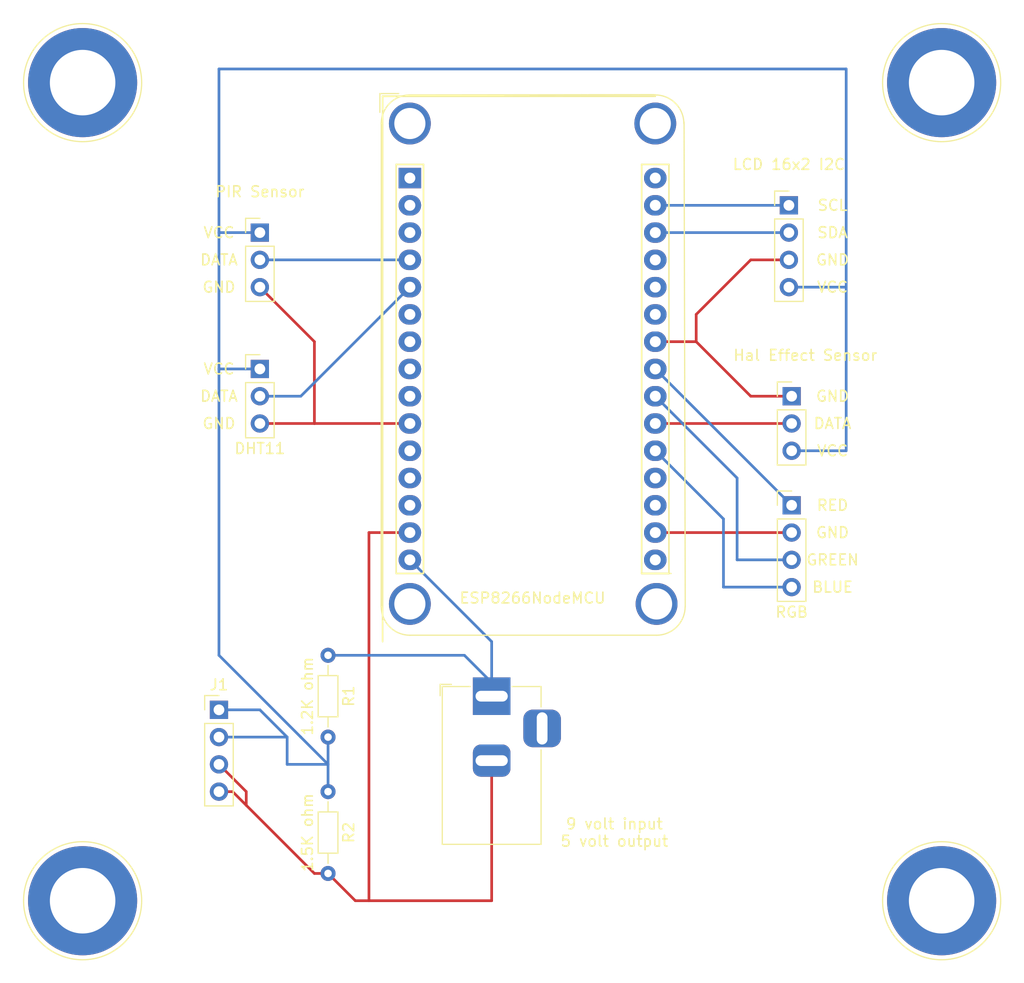
<source format=kicad_pcb>
(kicad_pcb (version 20171130) (host pcbnew "(5.1.7)-1")

  (general
    (thickness 1.6)
    (drawings 23)
    (tracks 59)
    (zones 0)
    (modules 14)
    (nets 32)
  )

  (page A4)
  (layers
    (0 F.Cu signal)
    (31 B.Cu signal)
    (32 B.Adhes user)
    (33 F.Adhes user)
    (34 B.Paste user)
    (35 F.Paste user)
    (36 B.SilkS user)
    (37 F.SilkS user)
    (38 B.Mask user)
    (39 F.Mask user)
    (40 Dwgs.User user)
    (41 Cmts.User user)
    (42 Eco1.User user)
    (43 Eco2.User user)
    (44 Edge.Cuts user)
    (45 Margin user)
    (46 B.CrtYd user)
    (47 F.CrtYd user)
    (48 B.Fab user)
    (49 F.Fab user)
  )

  (setup
    (last_trace_width 0.25)
    (trace_clearance 0.2)
    (zone_clearance 0.508)
    (zone_45_only no)
    (trace_min 0.2)
    (via_size 0.8)
    (via_drill 0.4)
    (via_min_size 0.4)
    (via_min_drill 0.3)
    (uvia_size 0.3)
    (uvia_drill 0.1)
    (uvias_allowed no)
    (uvia_min_size 0.2)
    (uvia_min_drill 0.1)
    (edge_width 0.05)
    (segment_width 0.2)
    (pcb_text_width 0.3)
    (pcb_text_size 1.5 1.5)
    (mod_edge_width 0.12)
    (mod_text_size 1 1)
    (mod_text_width 0.15)
    (pad_size 1.524 1.524)
    (pad_drill 0.762)
    (pad_to_mask_clearance 0)
    (aux_axis_origin 0 0)
    (visible_elements FFFFFF7F)
    (pcbplotparams
      (layerselection 0x010fc_ffffffff)
      (usegerberextensions false)
      (usegerberattributes true)
      (usegerberadvancedattributes true)
      (creategerberjobfile true)
      (excludeedgelayer true)
      (linewidth 0.100000)
      (plotframeref false)
      (viasonmask false)
      (mode 1)
      (useauxorigin false)
      (hpglpennumber 1)
      (hpglpenspeed 20)
      (hpglpendiameter 15.000000)
      (psnegative false)
      (psa4output false)
      (plotreference true)
      (plotvalue true)
      (plotinvisibletext false)
      (padsonsilk false)
      (subtractmaskfromsilk false)
      (outputformat 1)
      (mirror false)
      (drillshape 1)
      (scaleselection 1)
      (outputdirectory ""))
  )

  (net 0 "")
  (net 1 "/Vcc(5v)")
  (net 2 /GND)
  (net 3 "Net-(J2-Pad2)")
  (net 4 "Net-(J2-Pad3)")
  (net 5 "Net-(J3-Pad2)")
  (net 6 "/Vcc(9v)")
  (net 7 "Net-(J5-Pad3)")
  (net 8 "Net-(J5-Pad2)")
  (net 9 "Net-(J5-Pad1)")
  (net 10 "Net-(J6-Pad2)")
  (net 11 "Net-(J7-Pad1)")
  (net 12 "Net-(J7-Pad2)")
  (net 13 "Net-(J7-Pad3)")
  (net 14 "Net-(J7-Pad4)")
  (net 15 "Net-(U1-Pad9)")
  (net 16 "Net-(U1-Pad8)")
  (net 17 "Net-(U1-Pad7)")
  (net 18 "Net-(U1-Pad25)")
  (net 19 "Net-(U1-Pad6)")
  (net 20 "Net-(U1-Pad26)")
  (net 21 "Net-(U1-Pad27)")
  (net 22 "Net-(U1-Pad3)")
  (net 23 "Net-(U1-Pad2)")
  (net 24 "Net-(U1-Pad30)")
  (net 25 "Net-(U1-Pad1)")
  (net 26 "Net-(U1-Pad11)")
  (net 27 "Net-(U1-Pad18)")
  (net 28 "Net-(U1-Pad16)")
  (net 29 "Net-(U1-Pad12)")
  (net 30 "Net-(U1-Pad19)")
  (net 31 "Net-(U1-Pad13)")

  (net_class Default "This is the default net class."
    (clearance 0.2)
    (trace_width 0.25)
    (via_dia 0.8)
    (via_drill 0.4)
    (uvia_dia 0.3)
    (uvia_drill 0.1)
    (add_net /GND)
    (add_net "/Vcc(5v)")
    (add_net "/Vcc(9v)")
    (add_net "Net-(J2-Pad2)")
    (add_net "Net-(J2-Pad3)")
    (add_net "Net-(J3-Pad2)")
    (add_net "Net-(J5-Pad1)")
    (add_net "Net-(J5-Pad2)")
    (add_net "Net-(J5-Pad3)")
    (add_net "Net-(J6-Pad2)")
    (add_net "Net-(J7-Pad1)")
    (add_net "Net-(J7-Pad2)")
    (add_net "Net-(J7-Pad3)")
    (add_net "Net-(J7-Pad4)")
    (add_net "Net-(U1-Pad1)")
    (add_net "Net-(U1-Pad11)")
    (add_net "Net-(U1-Pad12)")
    (add_net "Net-(U1-Pad13)")
    (add_net "Net-(U1-Pad16)")
    (add_net "Net-(U1-Pad18)")
    (add_net "Net-(U1-Pad19)")
    (add_net "Net-(U1-Pad2)")
    (add_net "Net-(U1-Pad25)")
    (add_net "Net-(U1-Pad26)")
    (add_net "Net-(U1-Pad27)")
    (add_net "Net-(U1-Pad3)")
    (add_net "Net-(U1-Pad30)")
    (add_net "Net-(U1-Pad6)")
    (add_net "Net-(U1-Pad7)")
    (add_net "Net-(U1-Pad8)")
    (add_net "Net-(U1-Pad9)")
  )

  (module Connector:Banana_Jack_1Pin (layer F.Cu) (tedit 5A1AB217) (tstamp 5FB1B05F)
    (at 170.18 121.92)
    (descr "Single banana socket, footprint - 6mm drill")
    (tags "banana socket")
    (fp_text reference REF** (at 0 -6.5) (layer Dwgs.User)
      (effects (font (size 1 1) (thickness 0.15)))
    )
    (fp_text value Banana_Jack_1Pin (at -0.25 6.5) (layer F.Fab)
      (effects (font (size 1 1) (thickness 0.15)))
    )
    (fp_circle (center 0 0) (end 5.75 0) (layer F.CrtYd) (width 0.05))
    (fp_circle (center 0 0) (end 2 0) (layer F.Fab) (width 0.1))
    (fp_circle (center 0 0) (end 4.85 0.05) (layer F.Fab) (width 0.1))
    (fp_circle (center 0 0) (end 5.5 0) (layer F.SilkS) (width 0.12))
    (fp_text user %R (at 0 0) (layer F.Fab)
      (effects (font (size 0.8 0.8) (thickness 0.12)))
    )
    (pad 1 thru_hole circle (at 0 0) (size 10.16 10.16) (drill 6.1) (layers *.Cu *.Mask))
    (model ${KISYS3DMOD}/Connector.3dshapes/Banana_Jack_1Pin.wrl
      (at (xyz 0 0 0))
      (scale (xyz 2 2 2))
      (rotate (xyz 0 0 0))
    )
  )

  (module Connector:Banana_Jack_1Pin (layer F.Cu) (tedit 5A1AB217) (tstamp 5FB1B05F)
    (at 170.18 45.72)
    (descr "Single banana socket, footprint - 6mm drill")
    (tags "banana socket")
    (fp_text reference REF** (at 0 -6.5) (layer Dwgs.User)
      (effects (font (size 1 1) (thickness 0.15)))
    )
    (fp_text value Banana_Jack_1Pin (at -0.25 6.5) (layer F.Fab)
      (effects (font (size 1 1) (thickness 0.15)))
    )
    (fp_circle (center 0 0) (end 5.75 0) (layer F.CrtYd) (width 0.05))
    (fp_circle (center 0 0) (end 2 0) (layer F.Fab) (width 0.1))
    (fp_circle (center 0 0) (end 4.85 0.05) (layer F.Fab) (width 0.1))
    (fp_circle (center 0 0) (end 5.5 0) (layer F.SilkS) (width 0.12))
    (fp_text user %R (at 0 0) (layer F.Fab)
      (effects (font (size 0.8 0.8) (thickness 0.12)))
    )
    (pad 1 thru_hole circle (at 0 0) (size 10.16 10.16) (drill 6.1) (layers *.Cu *.Mask))
    (model ${KISYS3DMOD}/Connector.3dshapes/Banana_Jack_1Pin.wrl
      (at (xyz 0 0 0))
      (scale (xyz 2 2 2))
      (rotate (xyz 0 0 0))
    )
  )

  (module Connector:Banana_Jack_1Pin (layer F.Cu) (tedit 5A1AB217) (tstamp 5FB1B05F)
    (at 90.17 121.92)
    (descr "Single banana socket, footprint - 6mm drill")
    (tags "banana socket")
    (fp_text reference REF** (at 0 -6.5) (layer Dwgs.User)
      (effects (font (size 1 1) (thickness 0.15)))
    )
    (fp_text value Banana_Jack_1Pin (at -0.25 6.5) (layer F.Fab)
      (effects (font (size 1 1) (thickness 0.15)))
    )
    (fp_circle (center 0 0) (end 5.75 0) (layer F.CrtYd) (width 0.05))
    (fp_circle (center 0 0) (end 2 0) (layer F.Fab) (width 0.1))
    (fp_circle (center 0 0) (end 4.85 0.05) (layer F.Fab) (width 0.1))
    (fp_circle (center 0 0) (end 5.5 0) (layer F.SilkS) (width 0.12))
    (fp_text user %R (at 0 0) (layer F.Fab)
      (effects (font (size 0.8 0.8) (thickness 0.12)))
    )
    (pad 1 thru_hole circle (at 0 0) (size 10.16 10.16) (drill 6.1) (layers *.Cu *.Mask))
    (model ${KISYS3DMOD}/Connector.3dshapes/Banana_Jack_1Pin.wrl
      (at (xyz 0 0 0))
      (scale (xyz 2 2 2))
      (rotate (xyz 0 0 0))
    )
  )

  (module Connector:Banana_Jack_1Pin (layer F.Cu) (tedit 5A1AB217) (tstamp 5FB1B019)
    (at 90.17 45.72)
    (descr "Single banana socket, footprint - 6mm drill")
    (tags "banana socket")
    (fp_text reference REF** (at 0 -6.5) (layer Dwgs.User)
      (effects (font (size 1 1) (thickness 0.15)))
    )
    (fp_text value Banana_Jack_1Pin (at -0.25 6.5) (layer F.Fab)
      (effects (font (size 1 1) (thickness 0.15)))
    )
    (fp_text user %R (at 0 0) (layer F.Fab)
      (effects (font (size 0.8 0.8) (thickness 0.12)))
    )
    (fp_circle (center 0 0) (end 5.75 0) (layer F.CrtYd) (width 0.05))
    (fp_circle (center 0 0) (end 2 0) (layer F.Fab) (width 0.1))
    (fp_circle (center 0 0) (end 4.85 0.05) (layer F.Fab) (width 0.1))
    (fp_circle (center 0 0) (end 5.5 0) (layer F.SilkS) (width 0.12))
    (pad 1 thru_hole circle (at 0 0) (size 10.16 10.16) (drill 6.1) (layers *.Cu *.Mask))
    (model ${KISYS3DMOD}/Connector.3dshapes/Banana_Jack_1Pin.wrl
      (at (xyz 0 0 0))
      (scale (xyz 2 2 2))
      (rotate (xyz 0 0 0))
    )
  )

  (module Connector_PinHeader_2.54mm:PinHeader_1x04_P2.54mm_Vertical (layer F.Cu) (tedit 59FED5CC) (tstamp 5FB1981A)
    (at 102.87 104.14)
    (descr "Through hole straight pin header, 1x04, 2.54mm pitch, single row")
    (tags "Through hole pin header THT 1x04 2.54mm single row")
    (path /5FB28744)
    (fp_text reference J1 (at 0 -2.33) (layer F.SilkS)
      (effects (font (size 1 1) (thickness 0.15)))
    )
    (fp_text value "Converted Voltage" (at 0 9.95) (layer F.Fab)
      (effects (font (size 1 1) (thickness 0.15)))
    )
    (fp_line (start 1.8 -1.8) (end -1.8 -1.8) (layer F.CrtYd) (width 0.05))
    (fp_line (start 1.8 9.4) (end 1.8 -1.8) (layer F.CrtYd) (width 0.05))
    (fp_line (start -1.8 9.4) (end 1.8 9.4) (layer F.CrtYd) (width 0.05))
    (fp_line (start -1.8 -1.8) (end -1.8 9.4) (layer F.CrtYd) (width 0.05))
    (fp_line (start -1.33 -1.33) (end 0 -1.33) (layer F.SilkS) (width 0.12))
    (fp_line (start -1.33 0) (end -1.33 -1.33) (layer F.SilkS) (width 0.12))
    (fp_line (start -1.33 1.27) (end 1.33 1.27) (layer F.SilkS) (width 0.12))
    (fp_line (start 1.33 1.27) (end 1.33 8.95) (layer F.SilkS) (width 0.12))
    (fp_line (start -1.33 1.27) (end -1.33 8.95) (layer F.SilkS) (width 0.12))
    (fp_line (start -1.33 8.95) (end 1.33 8.95) (layer F.SilkS) (width 0.12))
    (fp_line (start -1.27 -0.635) (end -0.635 -1.27) (layer F.Fab) (width 0.1))
    (fp_line (start -1.27 8.89) (end -1.27 -0.635) (layer F.Fab) (width 0.1))
    (fp_line (start 1.27 8.89) (end -1.27 8.89) (layer F.Fab) (width 0.1))
    (fp_line (start 1.27 -1.27) (end 1.27 8.89) (layer F.Fab) (width 0.1))
    (fp_line (start -0.635 -1.27) (end 1.27 -1.27) (layer F.Fab) (width 0.1))
    (fp_text user %R (at 0 3.81 90) (layer F.Fab)
      (effects (font (size 1 1) (thickness 0.15)))
    )
    (pad 1 thru_hole rect (at 0 0) (size 1.7 1.7) (drill 1) (layers *.Cu *.Mask)
      (net 1 "/Vcc(5v)"))
    (pad 2 thru_hole oval (at 0 2.54) (size 1.7 1.7) (drill 1) (layers *.Cu *.Mask)
      (net 1 "/Vcc(5v)"))
    (pad 3 thru_hole oval (at 0 5.08) (size 1.7 1.7) (drill 1) (layers *.Cu *.Mask)
      (net 2 /GND))
    (pad 4 thru_hole oval (at 0 7.62) (size 1.7 1.7) (drill 1) (layers *.Cu *.Mask)
      (net 2 /GND))
    (model ${KISYS3DMOD}/Connector_PinHeader_2.54mm.3dshapes/PinHeader_1x04_P2.54mm_Vertical.wrl
      (at (xyz 0 0 0))
      (scale (xyz 1 1 1))
      (rotate (xyz 0 0 0))
    )
  )

  (module Connector_PinHeader_2.54mm:PinHeader_1x03_P2.54mm_Vertical (layer F.Cu) (tedit 59FED5CC) (tstamp 5FB19831)
    (at 106.68 59.69)
    (descr "Through hole straight pin header, 1x03, 2.54mm pitch, single row")
    (tags "Through hole pin header THT 1x03 2.54mm single row")
    (path /5FB1DA1E)
    (fp_text reference J2 (at 0 -2.33) (layer Dwgs.User)
      (effects (font (size 1 1) (thickness 0.15)))
    )
    (fp_text value "PIR Sensor" (at 0 -3.81) (layer F.SilkS)
      (effects (font (size 1 1) (thickness 0.15)))
    )
    (fp_line (start 1.8 -1.8) (end -1.8 -1.8) (layer F.CrtYd) (width 0.05))
    (fp_line (start 1.8 6.85) (end 1.8 -1.8) (layer F.CrtYd) (width 0.05))
    (fp_line (start -1.8 6.85) (end 1.8 6.85) (layer F.CrtYd) (width 0.05))
    (fp_line (start -1.8 -1.8) (end -1.8 6.85) (layer F.CrtYd) (width 0.05))
    (fp_line (start -1.33 -1.33) (end 0 -1.33) (layer F.SilkS) (width 0.12))
    (fp_line (start -1.33 0) (end -1.33 -1.33) (layer F.SilkS) (width 0.12))
    (fp_line (start -1.33 1.27) (end 1.33 1.27) (layer F.SilkS) (width 0.12))
    (fp_line (start 1.33 1.27) (end 1.33 6.41) (layer F.SilkS) (width 0.12))
    (fp_line (start -1.33 1.27) (end -1.33 6.41) (layer F.SilkS) (width 0.12))
    (fp_line (start -1.33 6.41) (end 1.33 6.41) (layer F.SilkS) (width 0.12))
    (fp_line (start -1.27 -0.635) (end -0.635 -1.27) (layer F.Fab) (width 0.1))
    (fp_line (start -1.27 6.35) (end -1.27 -0.635) (layer F.Fab) (width 0.1))
    (fp_line (start 1.27 6.35) (end -1.27 6.35) (layer F.Fab) (width 0.1))
    (fp_line (start 1.27 -1.27) (end 1.27 6.35) (layer F.Fab) (width 0.1))
    (fp_line (start -0.635 -1.27) (end 1.27 -1.27) (layer F.Fab) (width 0.1))
    (fp_text user %R (at -6.525001 11.324999 90) (layer F.Fab)
      (effects (font (size 1 1) (thickness 0.15)))
    )
    (pad 1 thru_hole rect (at 0 0) (size 1.7 1.7) (drill 1) (layers *.Cu *.Mask)
      (net 1 "/Vcc(5v)"))
    (pad 2 thru_hole oval (at 0 2.54) (size 1.7 1.7) (drill 1) (layers *.Cu *.Mask)
      (net 3 "Net-(J2-Pad2)"))
    (pad 3 thru_hole oval (at 0 5.08) (size 1.7 1.7) (drill 1) (layers *.Cu *.Mask)
      (net 4 "Net-(J2-Pad3)"))
    (model ${KISYS3DMOD}/Connector_PinHeader_2.54mm.3dshapes/PinHeader_1x03_P2.54mm_Vertical.wrl
      (at (xyz 0 0 0))
      (scale (xyz 1 1 1))
      (rotate (xyz 0 0 0))
    )
  )

  (module Connector_PinHeader_2.54mm:PinHeader_1x03_P2.54mm_Vertical (layer F.Cu) (tedit 59FED5CC) (tstamp 5FB19848)
    (at 106.68 72.39)
    (descr "Through hole straight pin header, 1x03, 2.54mm pitch, single row")
    (tags "Through hole pin header THT 1x03 2.54mm single row")
    (path /5FB17800)
    (fp_text reference J3 (at 0 -2.33) (layer Dwgs.User)
      (effects (font (size 1 1) (thickness 0.15)))
    )
    (fp_text value DHT11 (at 0 7.41) (layer F.SilkS)
      (effects (font (size 1 1) (thickness 0.15)))
    )
    (fp_line (start 1.8 -1.8) (end -1.8 -1.8) (layer F.CrtYd) (width 0.05))
    (fp_line (start 1.8 6.85) (end 1.8 -1.8) (layer F.CrtYd) (width 0.05))
    (fp_line (start -1.8 6.85) (end 1.8 6.85) (layer F.CrtYd) (width 0.05))
    (fp_line (start -1.8 -1.8) (end -1.8 6.85) (layer F.CrtYd) (width 0.05))
    (fp_line (start -1.33 -1.33) (end 0 -1.33) (layer F.SilkS) (width 0.12))
    (fp_line (start -1.33 0) (end -1.33 -1.33) (layer F.SilkS) (width 0.12))
    (fp_line (start -1.33 1.27) (end 1.33 1.27) (layer F.SilkS) (width 0.12))
    (fp_line (start 1.33 1.27) (end 1.33 6.41) (layer F.SilkS) (width 0.12))
    (fp_line (start -1.33 1.27) (end -1.33 6.41) (layer F.SilkS) (width 0.12))
    (fp_line (start -1.33 6.41) (end 1.33 6.41) (layer F.SilkS) (width 0.12))
    (fp_line (start -1.27 -0.635) (end -0.635 -1.27) (layer F.Fab) (width 0.1))
    (fp_line (start -1.27 6.35) (end -1.27 -0.635) (layer F.Fab) (width 0.1))
    (fp_line (start 1.27 6.35) (end -1.27 6.35) (layer F.Fab) (width 0.1))
    (fp_line (start 1.27 -1.27) (end 1.27 6.35) (layer F.Fab) (width 0.1))
    (fp_line (start -0.635 -1.27) (end 1.27 -1.27) (layer F.Fab) (width 0.1))
    (fp_text user %R (at 0 2.54 90) (layer F.Fab)
      (effects (font (size 1 1) (thickness 0.15)))
    )
    (pad 1 thru_hole rect (at 0 0) (size 1.7 1.7) (drill 1) (layers *.Cu *.Mask)
      (net 1 "/Vcc(5v)"))
    (pad 2 thru_hole oval (at 0 2.54) (size 1.7 1.7) (drill 1) (layers *.Cu *.Mask)
      (net 5 "Net-(J3-Pad2)"))
    (pad 3 thru_hole oval (at 0 5.08) (size 1.7 1.7) (drill 1) (layers *.Cu *.Mask)
      (net 4 "Net-(J2-Pad3)"))
    (model ${KISYS3DMOD}/Connector_PinHeader_2.54mm.3dshapes/PinHeader_1x03_P2.54mm_Vertical.wrl
      (at (xyz 0 0 0))
      (scale (xyz 1 1 1))
      (rotate (xyz 0 0 0))
    )
  )

  (module Connector_BarrelJack:BarrelJack_Horizontal (layer F.Cu) (tedit 5A1DBF6A) (tstamp 5FB1986B)
    (at 128.27 102.87 90)
    (descr "DC Barrel Jack")
    (tags "Power Jack")
    (path /5FB128B3)
    (fp_text reference J4 (at -8.45 5.75 90) (layer Dwgs.User)
      (effects (font (size 1 1) (thickness 0.15)))
    )
    (fp_text value "Barrel Jack Power Connecter (9 volt input)" (at -6.2 -5.5 90) (layer F.Fab)
      (effects (font (size 1 1) (thickness 0.15)))
    )
    (fp_line (start 0 -4.5) (end -13.7 -4.5) (layer F.Fab) (width 0.1))
    (fp_line (start 0.8 4.5) (end 0.8 -3.75) (layer F.Fab) (width 0.1))
    (fp_line (start -13.7 4.5) (end 0.8 4.5) (layer F.Fab) (width 0.1))
    (fp_line (start -13.7 -4.5) (end -13.7 4.5) (layer F.Fab) (width 0.1))
    (fp_line (start -10.2 -4.5) (end -10.2 4.5) (layer F.Fab) (width 0.1))
    (fp_line (start 0.9 -4.6) (end 0.9 -2) (layer F.SilkS) (width 0.12))
    (fp_line (start -13.8 -4.6) (end 0.9 -4.6) (layer F.SilkS) (width 0.12))
    (fp_line (start 0.9 4.6) (end -1 4.6) (layer F.SilkS) (width 0.12))
    (fp_line (start 0.9 1.9) (end 0.9 4.6) (layer F.SilkS) (width 0.12))
    (fp_line (start -13.8 4.6) (end -13.8 -4.6) (layer F.SilkS) (width 0.12))
    (fp_line (start -5 4.6) (end -13.8 4.6) (layer F.SilkS) (width 0.12))
    (fp_line (start -14 4.75) (end -14 -4.75) (layer F.CrtYd) (width 0.05))
    (fp_line (start -5 4.75) (end -14 4.75) (layer F.CrtYd) (width 0.05))
    (fp_line (start -5 6.75) (end -5 4.75) (layer F.CrtYd) (width 0.05))
    (fp_line (start -1 6.75) (end -5 6.75) (layer F.CrtYd) (width 0.05))
    (fp_line (start -1 4.75) (end -1 6.75) (layer F.CrtYd) (width 0.05))
    (fp_line (start 1 4.75) (end -1 4.75) (layer F.CrtYd) (width 0.05))
    (fp_line (start 1 2) (end 1 4.75) (layer F.CrtYd) (width 0.05))
    (fp_line (start 2 2) (end 1 2) (layer F.CrtYd) (width 0.05))
    (fp_line (start 2 -2) (end 2 2) (layer F.CrtYd) (width 0.05))
    (fp_line (start 1 -2) (end 2 -2) (layer F.CrtYd) (width 0.05))
    (fp_line (start 1 -4.5) (end 1 -2) (layer F.CrtYd) (width 0.05))
    (fp_line (start 1 -4.75) (end -14 -4.75) (layer F.CrtYd) (width 0.05))
    (fp_line (start 1 -4.5) (end 1 -4.75) (layer F.CrtYd) (width 0.05))
    (fp_line (start 0.05 -4.8) (end 1.1 -4.8) (layer F.SilkS) (width 0.12))
    (fp_line (start 1.1 -3.75) (end 1.1 -4.8) (layer F.SilkS) (width 0.12))
    (fp_line (start -0.003213 -4.505425) (end 0.8 -3.75) (layer F.Fab) (width 0.1))
    (fp_text user %R (at -3 -2.95) (layer F.Fab)
      (effects (font (size 1 1) (thickness 0.15)))
    )
    (pad 1 thru_hole rect (at 0 0 90) (size 3.5 3.5) (drill oval 1 3) (layers *.Cu *.Mask)
      (net 6 "/Vcc(9v)"))
    (pad 2 thru_hole roundrect (at -6 0 90) (size 3 3.5) (drill oval 1 3) (layers *.Cu *.Mask) (roundrect_rratio 0.25)
      (net 2 /GND))
    (pad 3 thru_hole roundrect (at -3 4.7 90) (size 3.5 3.5) (drill oval 3 1) (layers *.Cu *.Mask) (roundrect_rratio 0.25))
    (model ${KISYS3DMOD}/Connector_BarrelJack.3dshapes/BarrelJack_Horizontal.wrl
      (at (xyz 0 0 0))
      (scale (xyz 1 1 1))
      (rotate (xyz 0 0 0))
    )
  )

  (module Connector_PinHeader_2.54mm:PinHeader_1x04_P2.54mm_Vertical (layer F.Cu) (tedit 59FED5CC) (tstamp 5FB19883)
    (at 155.955001 57.15)
    (descr "Through hole straight pin header, 1x04, 2.54mm pitch, single row")
    (tags "Through hole pin header THT 1x04 2.54mm single row")
    (path /5FB3F774)
    (fp_text reference J5 (at 0 -2.33) (layer Dwgs.User)
      (effects (font (size 1 1) (thickness 0.15)))
    )
    (fp_text value "LCD 16x2 I2C" (at 0 -3.81) (layer F.SilkS)
      (effects (font (size 1 1) (thickness 0.15)))
    )
    (fp_text user %R (at 0 3.81 90) (layer F.Fab)
      (effects (font (size 1 1) (thickness 0.15)))
    )
    (fp_line (start -0.635 -1.27) (end 1.27 -1.27) (layer F.Fab) (width 0.1))
    (fp_line (start 1.27 -1.27) (end 1.27 8.89) (layer F.Fab) (width 0.1))
    (fp_line (start 1.27 8.89) (end -1.27 8.89) (layer F.Fab) (width 0.1))
    (fp_line (start -1.27 8.89) (end -1.27 -0.635) (layer F.Fab) (width 0.1))
    (fp_line (start -1.27 -0.635) (end -0.635 -1.27) (layer F.Fab) (width 0.1))
    (fp_line (start -1.33 8.95) (end 1.33 8.95) (layer F.SilkS) (width 0.12))
    (fp_line (start -1.33 1.27) (end -1.33 8.95) (layer F.SilkS) (width 0.12))
    (fp_line (start 1.33 1.27) (end 1.33 8.95) (layer F.SilkS) (width 0.12))
    (fp_line (start -1.33 1.27) (end 1.33 1.27) (layer F.SilkS) (width 0.12))
    (fp_line (start -1.33 0) (end -1.33 -1.33) (layer F.SilkS) (width 0.12))
    (fp_line (start -1.33 -1.33) (end 0 -1.33) (layer F.SilkS) (width 0.12))
    (fp_line (start -1.8 -1.8) (end -1.8 9.4) (layer F.CrtYd) (width 0.05))
    (fp_line (start -1.8 9.4) (end 1.8 9.4) (layer F.CrtYd) (width 0.05))
    (fp_line (start 1.8 9.4) (end 1.8 -1.8) (layer F.CrtYd) (width 0.05))
    (fp_line (start 1.8 -1.8) (end -1.8 -1.8) (layer F.CrtYd) (width 0.05))
    (pad 4 thru_hole oval (at 0 7.62) (size 1.7 1.7) (drill 1) (layers *.Cu *.Mask)
      (net 1 "/Vcc(5v)"))
    (pad 3 thru_hole oval (at 0 5.08) (size 1.7 1.7) (drill 1) (layers *.Cu *.Mask)
      (net 7 "Net-(J5-Pad3)"))
    (pad 2 thru_hole oval (at 0 2.54) (size 1.7 1.7) (drill 1) (layers *.Cu *.Mask)
      (net 8 "Net-(J5-Pad2)"))
    (pad 1 thru_hole rect (at 0 0) (size 1.7 1.7) (drill 1) (layers *.Cu *.Mask)
      (net 9 "Net-(J5-Pad1)"))
    (model ${KISYS3DMOD}/Connector_PinHeader_2.54mm.3dshapes/PinHeader_1x04_P2.54mm_Vertical.wrl
      (at (xyz 0 0 0))
      (scale (xyz 1 1 1))
      (rotate (xyz 0 0 0))
    )
  )

  (module Connector_PinHeader_2.54mm:PinHeader_1x03_P2.54mm_Vertical (layer F.Cu) (tedit 59FED5CC) (tstamp 5FB1989A)
    (at 156.21 74.93)
    (descr "Through hole straight pin header, 1x03, 2.54mm pitch, single row")
    (tags "Through hole pin header THT 1x03 2.54mm single row")
    (path /5FB39652)
    (fp_text reference J6 (at 0 -2.33) (layer Dwgs.User)
      (effects (font (size 1 1) (thickness 0.15)))
    )
    (fp_text value "Hal Effect Sensor" (at 1.27 -3.81) (layer F.SilkS)
      (effects (font (size 1 1) (thickness 0.15)))
    )
    (fp_text user %R (at 0 2.54 90) (layer F.Fab)
      (effects (font (size 1 1) (thickness 0.15)))
    )
    (fp_line (start -0.635 -1.27) (end 1.27 -1.27) (layer F.Fab) (width 0.1))
    (fp_line (start 1.27 -1.27) (end 1.27 6.35) (layer F.Fab) (width 0.1))
    (fp_line (start 1.27 6.35) (end -1.27 6.35) (layer F.Fab) (width 0.1))
    (fp_line (start -1.27 6.35) (end -1.27 -0.635) (layer F.Fab) (width 0.1))
    (fp_line (start -1.27 -0.635) (end -0.635 -1.27) (layer F.Fab) (width 0.1))
    (fp_line (start -1.33 6.41) (end 1.33 6.41) (layer F.SilkS) (width 0.12))
    (fp_line (start -1.33 1.27) (end -1.33 6.41) (layer F.SilkS) (width 0.12))
    (fp_line (start 1.33 1.27) (end 1.33 6.41) (layer F.SilkS) (width 0.12))
    (fp_line (start -1.33 1.27) (end 1.33 1.27) (layer F.SilkS) (width 0.12))
    (fp_line (start -1.33 0) (end -1.33 -1.33) (layer F.SilkS) (width 0.12))
    (fp_line (start -1.33 -1.33) (end 0 -1.33) (layer F.SilkS) (width 0.12))
    (fp_line (start -1.8 -1.8) (end -1.8 6.85) (layer F.CrtYd) (width 0.05))
    (fp_line (start -1.8 6.85) (end 1.8 6.85) (layer F.CrtYd) (width 0.05))
    (fp_line (start 1.8 6.85) (end 1.8 -1.8) (layer F.CrtYd) (width 0.05))
    (fp_line (start 1.8 -1.8) (end -1.8 -1.8) (layer F.CrtYd) (width 0.05))
    (pad 3 thru_hole oval (at 0 5.08) (size 1.7 1.7) (drill 1) (layers *.Cu *.Mask)
      (net 1 "/Vcc(5v)"))
    (pad 2 thru_hole oval (at 0 2.54) (size 1.7 1.7) (drill 1) (layers *.Cu *.Mask)
      (net 10 "Net-(J6-Pad2)"))
    (pad 1 thru_hole rect (at 0 0) (size 1.7 1.7) (drill 1) (layers *.Cu *.Mask)
      (net 7 "Net-(J5-Pad3)"))
    (model ${KISYS3DMOD}/Connector_PinHeader_2.54mm.3dshapes/PinHeader_1x03_P2.54mm_Vertical.wrl
      (at (xyz 0 0 0))
      (scale (xyz 1 1 1))
      (rotate (xyz 0 0 0))
    )
  )

  (module Connector_PinHeader_2.54mm:PinHeader_1x04_P2.54mm_Vertical (layer F.Cu) (tedit 59FED5CC) (tstamp 5FB198B2)
    (at 156.21 85.09)
    (descr "Through hole straight pin header, 1x04, 2.54mm pitch, single row")
    (tags "Through hole pin header THT 1x04 2.54mm single row")
    (path /5FB3E07B)
    (fp_text reference J7 (at 0 -2.33) (layer Dwgs.User)
      (effects (font (size 1 1) (thickness 0.15)))
    )
    (fp_text value RGB (at 0 9.95) (layer F.SilkS)
      (effects (font (size 1 1) (thickness 0.15)))
    )
    (fp_line (start 1.8 -1.8) (end -1.8 -1.8) (layer F.CrtYd) (width 0.05))
    (fp_line (start 1.8 9.4) (end 1.8 -1.8) (layer F.CrtYd) (width 0.05))
    (fp_line (start -1.8 9.4) (end 1.8 9.4) (layer F.CrtYd) (width 0.05))
    (fp_line (start -1.8 -1.8) (end -1.8 9.4) (layer F.CrtYd) (width 0.05))
    (fp_line (start -1.33 -1.33) (end 0 -1.33) (layer F.SilkS) (width 0.12))
    (fp_line (start -1.33 0) (end -1.33 -1.33) (layer F.SilkS) (width 0.12))
    (fp_line (start -1.33 1.27) (end 1.33 1.27) (layer F.SilkS) (width 0.12))
    (fp_line (start 1.33 1.27) (end 1.33 8.95) (layer F.SilkS) (width 0.12))
    (fp_line (start -1.33 1.27) (end -1.33 8.95) (layer F.SilkS) (width 0.12))
    (fp_line (start -1.33 8.95) (end 1.33 8.95) (layer F.SilkS) (width 0.12))
    (fp_line (start -1.27 -0.635) (end -0.635 -1.27) (layer F.Fab) (width 0.1))
    (fp_line (start -1.27 8.89) (end -1.27 -0.635) (layer F.Fab) (width 0.1))
    (fp_line (start 1.27 8.89) (end -1.27 8.89) (layer F.Fab) (width 0.1))
    (fp_line (start 1.27 -1.27) (end 1.27 8.89) (layer F.Fab) (width 0.1))
    (fp_line (start -0.635 -1.27) (end 1.27 -1.27) (layer F.Fab) (width 0.1))
    (fp_text user %R (at 0 3.81 90) (layer F.Fab)
      (effects (font (size 1 1) (thickness 0.15)))
    )
    (pad 1 thru_hole rect (at 0 0) (size 1.7 1.7) (drill 1) (layers *.Cu *.Mask)
      (net 11 "Net-(J7-Pad1)"))
    (pad 2 thru_hole oval (at 0 2.54) (size 1.7 1.7) (drill 1) (layers *.Cu *.Mask)
      (net 12 "Net-(J7-Pad2)"))
    (pad 3 thru_hole oval (at 0 5.08) (size 1.7 1.7) (drill 1) (layers *.Cu *.Mask)
      (net 13 "Net-(J7-Pad3)"))
    (pad 4 thru_hole oval (at 0 7.62) (size 1.7 1.7) (drill 1) (layers *.Cu *.Mask)
      (net 14 "Net-(J7-Pad4)"))
    (model ${KISYS3DMOD}/Connector_PinHeader_2.54mm.3dshapes/PinHeader_1x04_P2.54mm_Vertical.wrl
      (at (xyz 0 0 0))
      (scale (xyz 1 1 1))
      (rotate (xyz 0 0 0))
    )
  )

  (module Resistor_THT:R_Axial_DIN0204_L3.6mm_D1.6mm_P7.62mm_Horizontal (layer F.Cu) (tedit 5AE5139B) (tstamp 5FB198C9)
    (at 113.03 99.06 270)
    (descr "Resistor, Axial_DIN0204 series, Axial, Horizontal, pin pitch=7.62mm, 0.167W, length*diameter=3.6*1.6mm^2, http://cdn-reichelt.de/documents/datenblatt/B400/1_4W%23YAG.pdf")
    (tags "Resistor Axial_DIN0204 series Axial Horizontal pin pitch 7.62mm 0.167W length 3.6mm diameter 1.6mm")
    (path /5FB2121B)
    (fp_text reference R1 (at 3.81 -1.92 90) (layer F.SilkS)
      (effects (font (size 1 1) (thickness 0.15)))
    )
    (fp_text value "1.2K ohm" (at 3.81 1.92 90) (layer F.SilkS)
      (effects (font (size 1 1) (thickness 0.15)))
    )
    (fp_text user %R (at 3.81 0 90) (layer F.Fab)
      (effects (font (size 0.72 0.72) (thickness 0.108)))
    )
    (fp_line (start 2.01 -0.8) (end 2.01 0.8) (layer F.Fab) (width 0.1))
    (fp_line (start 2.01 0.8) (end 5.61 0.8) (layer F.Fab) (width 0.1))
    (fp_line (start 5.61 0.8) (end 5.61 -0.8) (layer F.Fab) (width 0.1))
    (fp_line (start 5.61 -0.8) (end 2.01 -0.8) (layer F.Fab) (width 0.1))
    (fp_line (start 0 0) (end 2.01 0) (layer F.Fab) (width 0.1))
    (fp_line (start 7.62 0) (end 5.61 0) (layer F.Fab) (width 0.1))
    (fp_line (start 1.89 -0.92) (end 1.89 0.92) (layer F.SilkS) (width 0.12))
    (fp_line (start 1.89 0.92) (end 5.73 0.92) (layer F.SilkS) (width 0.12))
    (fp_line (start 5.73 0.92) (end 5.73 -0.92) (layer F.SilkS) (width 0.12))
    (fp_line (start 5.73 -0.92) (end 1.89 -0.92) (layer F.SilkS) (width 0.12))
    (fp_line (start 0.94 0) (end 1.89 0) (layer F.SilkS) (width 0.12))
    (fp_line (start 6.68 0) (end 5.73 0) (layer F.SilkS) (width 0.12))
    (fp_line (start -0.95 -1.05) (end -0.95 1.05) (layer F.CrtYd) (width 0.05))
    (fp_line (start -0.95 1.05) (end 8.57 1.05) (layer F.CrtYd) (width 0.05))
    (fp_line (start 8.57 1.05) (end 8.57 -1.05) (layer F.CrtYd) (width 0.05))
    (fp_line (start 8.57 -1.05) (end -0.95 -1.05) (layer F.CrtYd) (width 0.05))
    (pad 2 thru_hole oval (at 7.62 0 270) (size 1.4 1.4) (drill 0.7) (layers *.Cu *.Mask)
      (net 1 "/Vcc(5v)"))
    (pad 1 thru_hole circle (at 0 0 270) (size 1.4 1.4) (drill 0.7) (layers *.Cu *.Mask)
      (net 6 "/Vcc(9v)"))
    (model ${KISYS3DMOD}/Resistor_THT.3dshapes/R_Axial_DIN0204_L3.6mm_D1.6mm_P7.62mm_Horizontal.wrl
      (at (xyz 0 0 0))
      (scale (xyz 1 1 1))
      (rotate (xyz 0 0 0))
    )
  )

  (module Resistor_THT:R_Axial_DIN0204_L3.6mm_D1.6mm_P7.62mm_Horizontal (layer F.Cu) (tedit 5AE5139B) (tstamp 5FB198E0)
    (at 113.03 111.76 270)
    (descr "Resistor, Axial_DIN0204 series, Axial, Horizontal, pin pitch=7.62mm, 0.167W, length*diameter=3.6*1.6mm^2, http://cdn-reichelt.de/documents/datenblatt/B400/1_4W%23YAG.pdf")
    (tags "Resistor Axial_DIN0204 series Axial Horizontal pin pitch 7.62mm 0.167W length 3.6mm diameter 1.6mm")
    (path /5FB206BB)
    (fp_text reference R2 (at 3.81 -1.92 90) (layer F.SilkS)
      (effects (font (size 1 1) (thickness 0.15)))
    )
    (fp_text value "1.5K ohm" (at 3.81 1.92 90) (layer F.SilkS)
      (effects (font (size 1 1) (thickness 0.15)))
    )
    (fp_line (start 8.57 -1.05) (end -0.95 -1.05) (layer F.CrtYd) (width 0.05))
    (fp_line (start 8.57 1.05) (end 8.57 -1.05) (layer F.CrtYd) (width 0.05))
    (fp_line (start -0.95 1.05) (end 8.57 1.05) (layer F.CrtYd) (width 0.05))
    (fp_line (start -0.95 -1.05) (end -0.95 1.05) (layer F.CrtYd) (width 0.05))
    (fp_line (start 6.68 0) (end 5.73 0) (layer F.SilkS) (width 0.12))
    (fp_line (start 0.94 0) (end 1.89 0) (layer F.SilkS) (width 0.12))
    (fp_line (start 5.73 -0.92) (end 1.89 -0.92) (layer F.SilkS) (width 0.12))
    (fp_line (start 5.73 0.92) (end 5.73 -0.92) (layer F.SilkS) (width 0.12))
    (fp_line (start 1.89 0.92) (end 5.73 0.92) (layer F.SilkS) (width 0.12))
    (fp_line (start 1.89 -0.92) (end 1.89 0.92) (layer F.SilkS) (width 0.12))
    (fp_line (start 7.62 0) (end 5.61 0) (layer F.Fab) (width 0.1))
    (fp_line (start 0 0) (end 2.01 0) (layer F.Fab) (width 0.1))
    (fp_line (start 5.61 -0.8) (end 2.01 -0.8) (layer F.Fab) (width 0.1))
    (fp_line (start 5.61 0.8) (end 5.61 -0.8) (layer F.Fab) (width 0.1))
    (fp_line (start 2.01 0.8) (end 5.61 0.8) (layer F.Fab) (width 0.1))
    (fp_line (start 2.01 -0.8) (end 2.01 0.8) (layer F.Fab) (width 0.1))
    (fp_text user %R (at 3.81 0 90) (layer F.Fab)
      (effects (font (size 0.72 0.72) (thickness 0.108)))
    )
    (pad 1 thru_hole circle (at 0 0 270) (size 1.4 1.4) (drill 0.7) (layers *.Cu *.Mask)
      (net 1 "/Vcc(5v)"))
    (pad 2 thru_hole oval (at 7.62 0 270) (size 1.4 1.4) (drill 0.7) (layers *.Cu *.Mask)
      (net 2 /GND))
    (model ${KISYS3DMOD}/Resistor_THT.3dshapes/R_Axial_DIN0204_L3.6mm_D1.6mm_P7.62mm_Horizontal.wrl
      (at (xyz 0 0 0))
      (scale (xyz 1 1 1))
      (rotate (xyz 0 0 0))
    )
  )

  (module esp8266_nodemcu:ESP8266_nodeMCU_V1 (layer F.Cu) (tedit 5F6E26FF) (tstamp 5FB1992C)
    (at 120.65 53.34)
    (descr "32-bit microcontroller module with WiFi,")
    (tags "ESP8266 Node MCU module met WiFi ")
    (path /5FB07934)
    (fp_text reference U1 (at 10.16 -7.35) (layer Dwgs.User)
      (effects (font (size 1 1) (thickness 0.15)))
    )
    (fp_text value ESP8266NodeMCU (at 11.43 40.386) (layer F.SilkS)
      (effects (font (size 1 1) (thickness 0.15)))
    )
    (fp_line (start -2.54 -6.35) (end -2.54 44.45) (layer F.SilkS) (width 0.15))
    (fp_line (start 22.86 -6.35) (end -2.54 -6.35) (layer F.SilkS) (width 0.15))
    (fp_line (start -2.54 -6.35) (end 22.86 -6.35) (layer F.SilkS) (width 0.15))
    (fp_line (start -2.54 44.45) (end -2.54 -6.35) (layer F.CrtYd) (width 0.15))
    (fp_line (start 25.58 44.46) (end -2.54 44.45) (layer F.CrtYd) (width 0.15))
    (fp_line (start 25.54 -6.41) (end 25.54 44.39) (layer F.CrtYd) (width 0.15))
    (fp_line (start -2.54 -6.35) (end 25.55 -6.37) (layer F.CrtYd) (width 0.15))
    (fp_line (start -1.27 38.1) (end -1.27 0) (layer F.SilkS) (width 0.15))
    (fp_line (start 1.27 38.1) (end -1.27 38.1) (layer F.SilkS) (width 0.15))
    (fp_line (start 1.27 0) (end 1.27 38.1) (layer F.SilkS) (width 0.15))
    (fp_line (start -1.27 0) (end 1.27 0) (layer F.SilkS) (width 0.15))
    (fp_line (start 21.59 38.1) (end 21.59 0) (layer F.SilkS) (width 0.15))
    (fp_line (start 24.13 38.1) (end 21.59 38.1) (layer F.SilkS) (width 0.15))
    (fp_line (start 24.13 0) (end 24.13 38.1) (layer F.SilkS) (width 0.15))
    (fp_line (start 21.59 0) (end 24.13 0) (layer F.SilkS) (width 0.15))
    (fp_line (start 24.13 38.1) (end 21.59 38.1) (layer F.SilkS) (width 0.15))
    (fp_line (start 0 -6.35) (end 20.32 -6.35) (layer F.Fab) (width 0.1))
    (fp_line (start 0 43.73) (end 22.95 43.73) (layer F.Fab) (width 0.1))
    (fp_line (start -2.54 -3.81) (end -2.54 29.21) (layer F.Fab) (width 0.1))
    (fp_line (start -2.79 -4.85) (end -2.79 -6.6) (layer F.Fab) (width 0.1))
    (fp_line (start -2.79 -6.6) (end -1.04 -6.6) (layer F.Fab) (width 0.1))
    (fp_line (start 0 -6.47) (end 22.83 -6.5) (layer F.SilkS) (width 0.12))
    (fp_line (start 0 43.85) (end 22.96 43.85) (layer F.SilkS) (width 0.12))
    (fp_line (start -2.66 -3.81) (end -2.67 41.19) (layer F.SilkS) (width 0.12))
    (fp_line (start 25.54 -3.95) (end 25.65 41.18) (layer F.SilkS) (width 0.12))
    (fp_line (start -2.79 -4.85) (end -2.79 -6.6) (layer F.SilkS) (width 0.12))
    (fp_line (start -2.79 -6.6) (end -1.04 -6.6) (layer F.SilkS) (width 0.12))
    (fp_line (start 21.59 38.1) (end 24.33 38.1) (layer F.SilkS) (width 0.12))
    (fp_line (start 23.11 32) (end 23.11 -6.6) (layer F.CrtYd) (width 0.05))
    (fp_text user %R (at 11.43 7.62) (layer F.Fab)
      (effects (font (size 1 1) (thickness 0.15)))
    )
    (fp_arc (start 0 41.19) (end 0 43.85) (angle 90) (layer F.SilkS) (width 0.12))
    (fp_arc (start 22.98 41.19) (end 25.64 41.19) (angle 90) (layer F.SilkS) (width 0.12))
    (fp_arc (start 22.86 -3.81) (end 22.86 -6.47) (angle 90) (layer F.SilkS) (width 0.12))
    (fp_arc (start 0 -3.81) (end -2.66 -3.81) (angle 90) (layer F.SilkS) (width 0.12))
    (fp_arc (start 0 41.19) (end 0 43.73) (angle 90) (layer F.Fab) (width 0.1))
    (fp_arc (start 22.98 41.19) (end 25.52 41.19) (angle 90) (layer F.Fab) (width 0.1))
    (fp_arc (start 22.86 -3.81) (end 22.86 -6.35) (angle 90) (layer F.Fab) (width 0.1))
    (fp_arc (start 0 -3.81) (end -2.54 -3.81) (angle 90) (layer F.Fab) (width 0.1))
    (pad ~ thru_hole circle (at 22.98 40.936) (size 3.9 3.9) (drill 2.9) (layers *.Cu *.Mask))
    (pad ~ thru_hole circle (at 0 40.936) (size 3.9 3.9) (drill 2.9) (layers *.Cu *.Mask))
    (pad ~ thru_hole circle (at 22.86 -3.81) (size 3.9 3.9) (drill 2.9) (layers *.Cu *.Mask))
    (pad ~ thru_hole circle (at 0 -3.81) (size 3.9 3.9) (drill 2.9) (layers *.Cu *.Mask))
    (pad 21 thru_hole oval (at 22.86 24.13) (size 2.1 1.9) (drill 1.02) (layers *.Cu *.Mask)
      (net 10 "Net-(J6-Pad2)"))
    (pad 10 thru_hole oval (at 0 24.13) (size 2.1 1.9) (drill 1.02) (layers *.Cu *.Mask)
      (net 4 "Net-(J2-Pad3)"))
    (pad 22 thru_hole oval (at 22.86 21.59) (size 2.1 1.9) (drill 1.02) (layers *.Cu *.Mask)
      (net 13 "Net-(J7-Pad3)"))
    (pad 9 thru_hole oval (at 0 21.59) (size 2.1 1.9) (drill 1.02) (layers *.Cu *.Mask)
      (net 15 "Net-(U1-Pad9)"))
    (pad 23 thru_hole oval (at 22.86 19.05) (size 2.1 1.9) (drill 1.02) (layers *.Cu *.Mask)
      (net 11 "Net-(J7-Pad1)"))
    (pad 8 thru_hole oval (at 0 19.05) (size 2.1 1.9) (drill 1.02) (layers *.Cu *.Mask)
      (net 16 "Net-(U1-Pad8)"))
    (pad 24 thru_hole oval (at 22.86 16.51) (size 2.1 1.9) (drill 1.02) (layers *.Cu *.Mask)
      (net 7 "Net-(J5-Pad3)"))
    (pad 7 thru_hole oval (at 0 16.51) (size 2.1 1.9) (drill 1.02) (layers *.Cu *.Mask)
      (net 17 "Net-(U1-Pad7)"))
    (pad 25 thru_hole oval (at 22.86 13.97) (size 2.1 1.9) (drill 1.02) (layers *.Cu *.Mask)
      (net 18 "Net-(U1-Pad25)"))
    (pad 6 thru_hole oval (at 0 13.97) (size 2.1 1.9) (drill 1.02) (layers *.Cu *.Mask)
      (net 19 "Net-(U1-Pad6)"))
    (pad 26 thru_hole oval (at 22.86 11.43) (size 2.1 1.9) (drill 1.02) (layers *.Cu *.Mask)
      (net 20 "Net-(U1-Pad26)"))
    (pad 5 thru_hole oval (at 0 11.43) (size 2.1 1.9) (drill 1.02) (layers *.Cu *.Mask)
      (net 5 "Net-(J3-Pad2)"))
    (pad 27 thru_hole oval (at 22.86 8.89) (size 2.1 1.9) (drill 1.02) (layers *.Cu *.Mask)
      (net 21 "Net-(U1-Pad27)"))
    (pad 4 thru_hole oval (at 0 8.89) (size 2.1 1.9) (drill 1.02) (layers *.Cu *.Mask)
      (net 3 "Net-(J2-Pad2)"))
    (pad 28 thru_hole oval (at 22.86 6.35) (size 2.1 1.9) (drill 1.02) (layers *.Cu *.Mask)
      (net 8 "Net-(J5-Pad2)"))
    (pad 3 thru_hole oval (at 0 6.35) (size 2.1 1.9) (drill 1.02) (layers *.Cu *.Mask)
      (net 22 "Net-(U1-Pad3)"))
    (pad 29 thru_hole oval (at 22.86 3.81) (size 2.1 1.9) (drill 1.02) (layers *.Cu *.Mask)
      (net 9 "Net-(J5-Pad1)"))
    (pad 2 thru_hole oval (at 0 3.81) (size 2.1 1.9) (drill 1.02) (layers *.Cu *.Mask)
      (net 23 "Net-(U1-Pad2)"))
    (pad 30 thru_hole oval (at 22.86 1.27) (size 2.1 1.9) (drill 1.02) (layers *.Cu *.Mask)
      (net 24 "Net-(U1-Pad30)"))
    (pad 1 thru_hole rect (at 0 1.27) (size 2.1 1.9) (drill 1.02) (layers *.Cu *.Mask)
      (net 25 "Net-(U1-Pad1)"))
    (pad 11 thru_hole oval (at 0 26.67) (size 2.1 1.9) (drill 1.02) (layers *.Cu *.Mask)
      (net 26 "Net-(U1-Pad11)"))
    (pad 18 thru_hole oval (at 22.86 31.75) (size 2.1 1.9) (drill 1.02) (layers *.Cu *.Mask)
      (net 27 "Net-(U1-Pad18)"))
    (pad 20 thru_hole oval (at 22.86 26.67) (size 2.1 1.9) (drill 1.02) (layers *.Cu *.Mask)
      (net 14 "Net-(J7-Pad4)"))
    (pad 15 thru_hole oval (at 0 36.83) (size 2.1 1.9) (drill 1.02) (layers *.Cu *.Mask)
      (net 6 "/Vcc(9v)"))
    (pad 14 thru_hole oval (at 0 34.29) (size 2.1 1.9) (drill 1.02) (layers *.Cu *.Mask)
      (net 2 /GND))
    (pad 17 thru_hole oval (at 22.86 34.29) (size 2.1 1.9) (drill 1.02) (layers *.Cu *.Mask)
      (net 12 "Net-(J7-Pad2)"))
    (pad 16 thru_hole oval (at 22.86 36.83) (size 2.1 1.9) (drill 1.02) (layers *.Cu *.Mask)
      (net 28 "Net-(U1-Pad16)"))
    (pad 12 thru_hole oval (at 0 29.21) (size 2.1 1.9) (drill 1.02) (layers *.Cu *.Mask)
      (net 29 "Net-(U1-Pad12)"))
    (pad 19 thru_hole oval (at 22.86 29.21) (size 2.1 1.9) (drill 1.02) (layers *.Cu *.Mask)
      (net 30 "Net-(U1-Pad19)"))
    (pad 13 thru_hole oval (at 0 31.75) (size 2.1 1.9) (drill 1.02) (layers *.Cu *.Mask)
      (net 31 "Net-(U1-Pad13)"))
    (model ${KISYS3DMOD}/Modules.3dshapes/Adafruit_HUZZAH_ESP8266_breakout_WithMountingHoles.wrl
      (at (xyz 0 0 0))
      (scale (xyz 1 1 1))
      (rotate (xyz 0 0 0))
    )
  )

  (gr_text GND (at 102.87 64.77) (layer F.SilkS) (tstamp 5FB1BDFB)
    (effects (font (size 1 1) (thickness 0.15)))
  )
  (gr_text VCC (at 102.87 59.69) (layer F.SilkS) (tstamp 5FB1BDFA)
    (effects (font (size 1 1) (thickness 0.15)))
  )
  (gr_text DATA (at 102.87 62.23) (layer F.SilkS) (tstamp 5FB1BDF9)
    (effects (font (size 1 1) (thickness 0.15)))
  )
  (gr_text VCC (at 102.87 72.39) (layer F.SilkS)
    (effects (font (size 1 1) (thickness 0.15)))
  )
  (gr_text DATA (at 102.87 74.93) (layer F.SilkS)
    (effects (font (size 1 1) (thickness 0.15)))
  )
  (gr_text GND (at 102.87 77.47) (layer F.SilkS)
    (effects (font (size 1 1) (thickness 0.15)))
  )
  (gr_text SCL (at 160.02 57.15) (layer F.SilkS)
    (effects (font (size 1 1) (thickness 0.15)))
  )
  (gr_text SDA (at 160.02 59.69) (layer F.SilkS)
    (effects (font (size 1 1) (thickness 0.15)))
  )
  (gr_text GND (at 160.02 62.23) (layer F.SilkS)
    (effects (font (size 1 1) (thickness 0.15)))
  )
  (gr_text VCC (at 160.02 64.77) (layer F.SilkS)
    (effects (font (size 1 1) (thickness 0.15)))
  )
  (gr_text GND (at 160.02 74.93) (layer F.SilkS)
    (effects (font (size 1 1) (thickness 0.15)))
  )
  (gr_text DATA (at 160.02 77.47) (layer F.SilkS)
    (effects (font (size 1 1) (thickness 0.15)))
  )
  (gr_text VCC (at 160.02 80.01) (layer F.SilkS)
    (effects (font (size 1 1) (thickness 0.15)))
  )
  (gr_text "9 volt input\n5 volt output" (at 139.7 115.57) (layer F.SilkS)
    (effects (font (size 1 1) (thickness 0.15)))
  )
  (gr_text RED (at 160.02 85.09) (layer F.SilkS)
    (effects (font (size 1 1) (thickness 0.15)))
  )
  (gr_text GND (at 160.02 87.63) (layer F.SilkS)
    (effects (font (size 1 1) (thickness 0.15)))
  )
  (gr_text GREEN (at 160.02 90.17) (layer F.SilkS)
    (effects (font (size 1 1) (thickness 0.15)))
  )
  (gr_text BLUE (at 160.02 92.71) (layer F.SilkS)
    (effects (font (size 1 1) (thickness 0.15)))
  )
  (gr_line (start 177.8 129.54) (end 177.8 127) (layer Dwgs.User) (width 0.15) (tstamp 5FB1B185))
  (gr_line (start 82.55 129.54) (end 177.8 129.54) (layer Dwgs.User) (width 0.15))
  (gr_line (start 177.8 38.1) (end 177.8 127) (layer Dwgs.User) (width 0.15))
  (gr_line (start 82.55 38.1) (end 177.8 38.1) (layer Dwgs.User) (width 0.15))
  (gr_line (start 82.55 129.54) (end 82.55 38.1) (layer Dwgs.User) (width 0.15))

  (segment (start 113.03 109.22) (end 109.22 109.22) (width 0.25) (layer B.Cu) (net 1))
  (segment (start 113.03 106.68) (end 113.03 109.22) (width 0.25) (layer B.Cu) (net 1))
  (segment (start 113.03 109.22) (end 113.03 111.76) (width 0.25) (layer B.Cu) (net 1))
  (segment (start 109.22 109.22) (end 109.22 106.68) (width 0.25) (layer B.Cu) (net 1))
  (segment (start 106.68 104.14) (end 102.87 104.14) (width 0.25) (layer B.Cu) (net 1))
  (segment (start 109.22 106.68) (end 106.68 104.14) (width 0.25) (layer B.Cu) (net 1))
  (segment (start 102.87 106.68) (end 109.22 106.68) (width 0.25) (layer B.Cu) (net 1))
  (segment (start 106.68 72.39) (end 102.87 72.39) (width 0.25) (layer B.Cu) (net 1))
  (segment (start 106.68 59.69) (end 102.87 59.69) (width 0.25) (layer B.Cu) (net 1))
  (segment (start 102.87 59.69) (end 102.87 72.39) (width 0.25) (layer B.Cu) (net 1))
  (segment (start 110.49 106.68) (end 113.03 109.22) (width 0.25) (layer B.Cu) (net 1))
  (segment (start 102.87 99.06) (end 110.49 106.68) (width 0.25) (layer B.Cu) (net 1))
  (segment (start 102.87 72.39) (end 102.87 99.06) (width 0.25) (layer B.Cu) (net 1))
  (segment (start 102.87 59.69) (end 102.87 44.45) (width 0.25) (layer B.Cu) (net 1))
  (segment (start 102.87 44.45) (end 161.29 44.45) (width 0.25) (layer B.Cu) (net 1))
  (segment (start 161.29 44.45) (end 161.29 80.01) (width 0.25) (layer B.Cu) (net 1))
  (segment (start 161.29 80.01) (end 156.21 80.01) (width 0.25) (layer B.Cu) (net 1))
  (segment (start 155.955001 64.77) (end 161.29 64.77) (width 0.25) (layer B.Cu) (net 1))
  (segment (start 128.27 108.87) (end 128.27 121.92) (width 0.25) (layer F.Cu) (net 2))
  (segment (start 115.57 121.92) (end 113.03 119.38) (width 0.25) (layer F.Cu) (net 2))
  (segment (start 113.03 119.38) (end 111.76 119.38) (width 0.25) (layer F.Cu) (net 2))
  (segment (start 104.14 111.76) (end 102.87 111.76) (width 0.25) (layer F.Cu) (net 2))
  (segment (start 102.87 109.22) (end 105.41 111.76) (width 0.25) (layer F.Cu) (net 2))
  (segment (start 105.41 111.76) (end 105.41 113.03) (width 0.25) (layer F.Cu) (net 2))
  (segment (start 105.41 113.03) (end 104.14 111.76) (width 0.25) (layer F.Cu) (net 2))
  (segment (start 111.76 119.38) (end 105.41 113.03) (width 0.25) (layer F.Cu) (net 2))
  (segment (start 120.65 87.63) (end 116.84 87.63) (width 0.25) (layer F.Cu) (net 2))
  (segment (start 116.84 121.92) (end 115.57 121.92) (width 0.25) (layer F.Cu) (net 2))
  (segment (start 116.84 87.63) (end 116.84 121.92) (width 0.25) (layer F.Cu) (net 2))
  (segment (start 128.27 121.92) (end 116.84 121.92) (width 0.25) (layer F.Cu) (net 2))
  (segment (start 106.68 62.23) (end 120.65 62.23) (width 0.25) (layer B.Cu) (net 3))
  (segment (start 106.68 64.77) (end 111.76 69.85) (width 0.25) (layer F.Cu) (net 4))
  (segment (start 111.76 69.85) (end 111.76 77.47) (width 0.25) (layer F.Cu) (net 4))
  (segment (start 111.76 77.47) (end 106.68 77.47) (width 0.25) (layer F.Cu) (net 4))
  (segment (start 120.65 77.47) (end 111.76 77.47) (width 0.25) (layer F.Cu) (net 4))
  (segment (start 110.49 74.93) (end 120.65 64.77) (width 0.25) (layer B.Cu) (net 5))
  (segment (start 106.68 74.93) (end 110.49 74.93) (width 0.25) (layer B.Cu) (net 5))
  (segment (start 128.27 102.87) (end 128.27 101.6) (width 0.25) (layer B.Cu) (net 6))
  (segment (start 125.73 99.06) (end 113.03 99.06) (width 0.25) (layer B.Cu) (net 6))
  (segment (start 128.27 101.6) (end 125.73 99.06) (width 0.25) (layer B.Cu) (net 6))
  (segment (start 128.27 97.79) (end 128.27 102.87) (width 0.25) (layer B.Cu) (net 6))
  (segment (start 120.65 90.17) (end 128.27 97.79) (width 0.25) (layer B.Cu) (net 6))
  (segment (start 143.51 69.85) (end 147.32 69.85) (width 0.25) (layer F.Cu) (net 7))
  (segment (start 152.4 74.93) (end 156.21 74.93) (width 0.25) (layer F.Cu) (net 7))
  (segment (start 147.32 69.85) (end 152.4 74.93) (width 0.25) (layer F.Cu) (net 7))
  (segment (start 147.32 69.85) (end 147.32 67.31) (width 0.25) (layer F.Cu) (net 7))
  (segment (start 152.4 62.23) (end 155.955001 62.23) (width 0.25) (layer F.Cu) (net 7))
  (segment (start 147.32 67.31) (end 152.4 62.23) (width 0.25) (layer F.Cu) (net 7))
  (segment (start 143.51 59.69) (end 155.955001 59.69) (width 0.25) (layer B.Cu) (net 8))
  (segment (start 143.51 57.15) (end 155.955001 57.15) (width 0.25) (layer B.Cu) (net 9))
  (segment (start 156.21 77.47) (end 143.51 77.47) (width 0.25) (layer F.Cu) (net 10))
  (segment (start 143.51 72.39) (end 156.21 85.09) (width 0.25) (layer B.Cu) (net 11))
  (segment (start 156.21 87.63) (end 143.51 87.63) (width 0.25) (layer F.Cu) (net 12))
  (segment (start 151.13 82.55) (end 143.51 74.93) (width 0.25) (layer B.Cu) (net 13))
  (segment (start 151.13 90.17) (end 151.13 82.55) (width 0.25) (layer B.Cu) (net 13))
  (segment (start 156.21 90.17) (end 151.13 90.17) (width 0.25) (layer B.Cu) (net 13))
  (segment (start 156.21 92.71) (end 149.86 92.71) (width 0.25) (layer B.Cu) (net 14))
  (segment (start 149.86 86.36) (end 143.51 80.01) (width 0.25) (layer B.Cu) (net 14))
  (segment (start 149.86 92.71) (end 149.86 86.36) (width 0.25) (layer B.Cu) (net 14))

)

</source>
